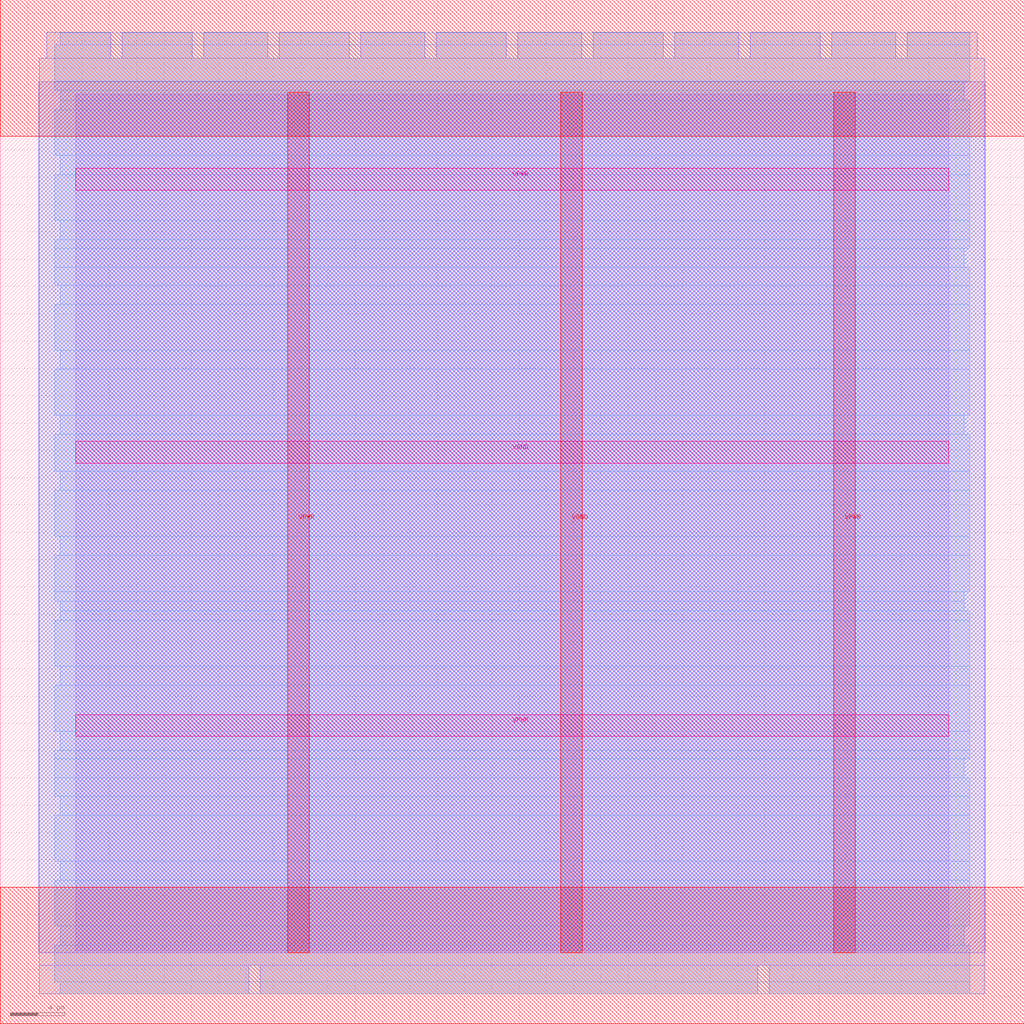
<source format=lef>
VERSION 5.7 ;

MACRO digital_pll
  CLASS BLOCK ;
  FOREIGN digital_pll ;
  ORIGIN 0.000 0.000 ;
  SIZE 75.000 BY 75.000 ;
  PIN VGND
    DIRECTION INPUT ;
    USE GROUND ;
    PORT
      LAYER met5 ;
        RECT 5.520 41.050 69.460 42.650 ;
    END
    PORT
      LAYER met4 ;
        RECT 41.040 5.200 42.640 68.240 ;
    END
  END VGND
  PIN VPWR
    DIRECTION INPUT ;
    USE POWER ;
    PORT
      LAYER met5 ;
        RECT 5.520 21.050 69.460 22.650 ;
    END
    PORT
      LAYER met5 ;
        RECT 5.520 61.050 69.460 62.650 ;
    END
    PORT
      LAYER met4 ;
        RECT 21.040 5.200 22.640 68.240 ;
    END
    PORT
      LAYER met4 ;
        RECT 61.040 5.200 62.640 68.240 ;
    END
  END VPWR
  OBS
      LAYER li1 ;
        RECT 5.520 5.355 69.460 68.085 ;
      LAYER met1 ;
        RECT 2.830 5.200 72.150 68.980 ;
      LAYER met2 ;
        RECT 3.410 70.720 8.090 72.605 ;
        RECT 8.930 70.720 14.070 72.605 ;
        RECT 14.910 70.720 19.590 72.605 ;
        RECT 20.430 70.720 25.570 72.605 ;
        RECT 26.410 70.720 31.090 72.605 ;
        RECT 31.930 70.720 37.070 72.605 ;
        RECT 37.910 70.720 42.590 72.605 ;
        RECT 43.430 70.720 48.570 72.605 ;
        RECT 49.410 70.720 54.090 72.605 ;
        RECT 54.930 70.720 60.070 72.605 ;
        RECT 60.910 70.720 65.590 72.605 ;
        RECT 66.430 70.720 71.570 72.605 ;
        RECT 2.860 4.280 72.120 70.720 ;
        RECT 2.860 2.195 18.210 4.280 ;
        RECT 19.050 2.195 55.470 4.280 ;
        RECT 56.310 2.195 72.120 4.280 ;
      LAYER met3 ;
        RECT 4.400 71.720 71.000 72.585 ;
        RECT 4.000 69.040 71.000 71.720 ;
        RECT 4.000 68.360 70.600 69.040 ;
        RECT 4.400 67.640 70.600 68.360 ;
        RECT 4.400 66.960 71.000 67.640 ;
        RECT 4.000 63.600 71.000 66.960 ;
        RECT 4.400 62.200 71.000 63.600 ;
        RECT 4.000 58.840 71.000 62.200 ;
        RECT 4.400 57.440 71.000 58.840 ;
        RECT 4.000 56.800 71.000 57.440 ;
        RECT 4.000 55.400 70.600 56.800 ;
        RECT 4.000 54.080 71.000 55.400 ;
        RECT 4.400 52.680 71.000 54.080 ;
        RECT 4.000 49.320 71.000 52.680 ;
        RECT 4.400 47.920 71.000 49.320 ;
        RECT 4.000 44.560 71.000 47.920 ;
        RECT 4.400 43.160 70.600 44.560 ;
        RECT 4.000 40.480 71.000 43.160 ;
        RECT 4.400 39.080 71.000 40.480 ;
        RECT 4.000 35.720 71.000 39.080 ;
        RECT 4.400 34.320 71.000 35.720 ;
        RECT 4.000 31.640 71.000 34.320 ;
        RECT 4.000 30.960 70.600 31.640 ;
        RECT 4.400 30.240 70.600 30.960 ;
        RECT 4.400 29.560 71.000 30.240 ;
        RECT 4.000 26.200 71.000 29.560 ;
        RECT 4.400 24.800 71.000 26.200 ;
        RECT 4.000 21.440 71.000 24.800 ;
        RECT 4.400 20.040 71.000 21.440 ;
        RECT 4.000 19.400 71.000 20.040 ;
        RECT 4.000 18.000 70.600 19.400 ;
        RECT 4.000 16.680 71.000 18.000 ;
        RECT 4.400 15.280 71.000 16.680 ;
        RECT 4.000 11.920 71.000 15.280 ;
        RECT 4.400 10.520 71.000 11.920 ;
        RECT 4.000 7.160 71.000 10.520 ;
        RECT 4.400 5.760 70.600 7.160 ;
        RECT 4.000 3.080 71.000 5.760 ;
        RECT 4.400 2.215 71.000 3.080 ;
      LAYER met4 ;
        RECT 0 0 75.0 10.0 ;
        RECT 0 65.0 75.0 75.0 ;
  END
END digital_pll

END LIBRARY
</source>
